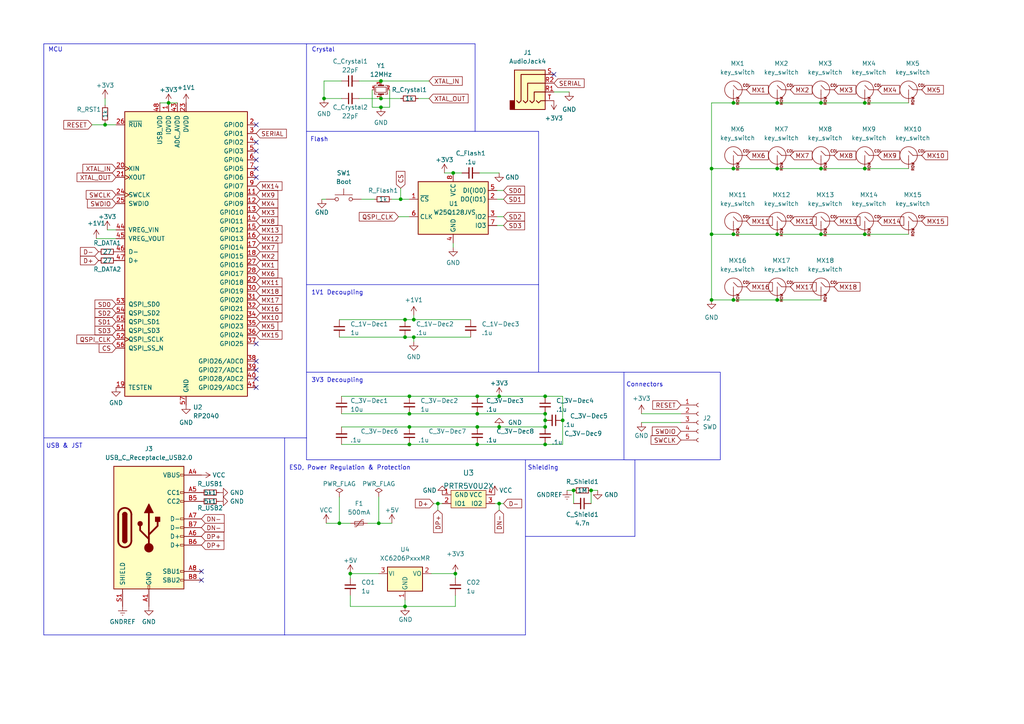
<source format=kicad_sch>
(kicad_sch (version 20230121) (generator eeschema)
  (paper "A4")
  (lib_symbols
    (symbol "+3V3_1" (power) (pin_names (offset 0))
      (property "Value" "+3V3_1" (at 0 3.556 0))
      (symbol "+3V3_1_1_1"
        (pin power_in line (at 0 0 90) (length 0) hide (name "+3V3") (number "1"))
      )
    )
    (symbol "Connector:AudioJack4"
      (property "Reference" "J" (at 0 8.89 0))
      (property "Value" "AudioJack4" (at 0 6.35 0))
      (symbol "AudioJack4_1_1"
        (pin passive line (at 5.08 -2.54 180) (length 2.54) (name "~") (number "R1"))
        (pin passive line (at 5.08 0 180) (length 2.54) (name "~") (number "R2"))
        (pin passive line (at 5.08 2.54 180) (length 2.54) (name "~") (number "S"))
        (pin passive line (at 5.08 -5.08 180) (length 2.54) (name "~") (number "T"))
      )
    )
    (symbol "Connector:Conn_01x05_Female" (pin_names (offset 1.016) hide)
      (property "Reference" "J" (at 0 7.62 0))
      (property "Value" "Conn_01x05_Female" (at 0 -7.62 0))
      (symbol "Conn_01x05_Female_1_1"
        (pin passive line (at -5.08 5.08 0) (length 3.81) (name "Pin_1") (number "1"))
        (pin passive line (at -5.08 2.54 0) (length 3.81) (name "Pin_2") (number "2"))
        (pin passive line (at -5.08 0 0) (length 3.81) (name "Pin_3") (number "3"))
        (pin passive line (at -5.08 -2.54 0) (length 3.81) (name "Pin_4") (number "4"))
        (pin passive line (at -5.08 -5.08 0) (length 3.81) (name "Pin_5") (number "5"))
      )
    )
    (symbol "Connector:USB_C_Receptacle_USB2.0" (pin_names (offset 1.016))
      (property "Reference" "J3" (at 0 22.86 0))
      (property "Value" "USB_C_Receptacle_USB2.0" (at 0 20.32 0))
      (symbol "USB_C_Receptacle_USB2.0_1_1"
        (pin passive line (at 0 -22.86 90) (length 5.08) (name "GND") (number "A1"))
        (pin passive line (at 15.24 15.24 180) (length 5.08) (name "VBUS") (number "A4"))
        (pin bidirectional line (at 15.24 10.16 180) (length 5.08) (name "CC1") (number "A5"))
        (pin bidirectional line (at 15.24 -2.54 180) (length 5.08) (name "D+") (number "A6"))
        (pin bidirectional line (at 15.24 2.54 180) (length 5.08) (name "D-") (number "A7"))
        (pin bidirectional line (at 15.24 -12.7 180) (length 5.08) (name "SBU1") (number "A8"))
        (pin passive line (at 0 -22.86 90) (length 5.08) hide (name "GND") (number "B1"))
        (pin passive line (at 15.24 15.24 180) (length 5.08) hide (name "VBUS") (number "B4"))
        (pin bidirectional line (at 15.24 7.62 180) (length 5.08) (name "CC2") (number "B5"))
        (pin bidirectional line (at 15.24 -5.08 180) (length 5.08) (name "D+") (number "B6"))
        (pin bidirectional line (at 15.24 0 180) (length 5.08) (name "D-") (number "B7"))
        (pin bidirectional line (at 15.24 -15.24 180) (length 5.08) (name "SBU2") (number "B8"))
        (pin passive line (at -7.62 -22.86 90) (length 5.08) (name "SHIELD") (number "S1"))
      )
    )
    (symbol "Device:C_Small" (pin_numbers hide) (pin_names (offset 0.254) hide)
      (property "Reference" "C" (at 0.254 1.778 0))
      (property "Value" "C_Small" (at 0.254 -2.032 0))
      (symbol "C_Small_1_1"
        (pin passive line (at 0 2.54 270) (length 2.032) (name "~") (number "1"))
        (pin passive line (at 0 -2.54 90) (length 2.032) (name "~") (number "2"))
      )
    )
    (symbol "Device:Crystal_GND24_Small" (pin_names (offset 1.016) hide)
      (property "Reference" "Y" (at 1.27 4.445 0))
      (property "Value" "Crystal_GND24_Small" (at 1.27 2.54 0))
      (symbol "Crystal_GND24_Small_1_1"
        (pin passive line (at -2.54 0 0) (length 1.27) (name "1") (number "1"))
        (pin passive line (at 0 -2.54 90) (length 0.635) (name "2") (number "2"))
        (pin passive line (at 2.54 0 180) (length 1.27) (name "3") (number "3"))
        (pin passive line (at 0 2.54 270) (length 0.635) (name "4") (number "4"))
      )
    )
    (symbol "Device:Polyfuse_Small" (pin_numbers hide) (pin_names (offset 0))
      (property "Reference" "F" (at -1.905 0 90))
      (property "Value" "Polyfuse_Small" (at 1.905 0 90))
      (symbol "Polyfuse_Small_1_1"
        (pin passive line (at 0 2.54 270) (length 0.635) (name "~") (number "1"))
        (pin passive line (at 0 -2.54 90) (length 0.635) (name "~") (number "2"))
      )
    )
    (symbol "Device:R_Small" (pin_numbers hide) (pin_names (offset 0.254) hide)
      (property "Reference" "R" (at 0.762 0.508 0))
      (property "Value" "R_Small" (at 0.762 -1.016 0))
      (symbol "R_Small_1_1"
        (pin passive line (at 0 2.54 270) (length 0.762) (name "~") (number "1"))
        (pin passive line (at 0 -2.54 90) (length 0.762) (name "~") (number "2"))
      )
    )
    (symbol "Memory_Flash:W25Q128JVS"
      (property "Reference" "U" (at -8.89 8.89 0))
      (property "Value" "W25Q128JVS" (at 7.62 8.89 0))
      (symbol "W25Q128JVS_1_1"
        (pin input line (at -12.7 2.54 0) (length 2.54) (name "~{CS}") (number "1"))
        (pin bidirectional line (at 12.7 2.54 180) (length 2.54) (name "DO(IO1)") (number "2"))
        (pin bidirectional line (at 12.7 -2.54 180) (length 2.54) (name "IO2") (number "3"))
        (pin power_in line (at 0 -10.16 90) (length 2.54) (name "GND") (number "4"))
        (pin bidirectional line (at 12.7 5.08 180) (length 2.54) (name "DI(IO0)") (number "5"))
        (pin input line (at -12.7 -2.54 0) (length 2.54) (name "CLK") (number "6"))
        (pin bidirectional line (at 12.7 -5.08 180) (length 2.54) (name "IO3") (number "7"))
        (pin power_in line (at 0 10.16 270) (length 2.54) (name "VCC") (number "8"))
      )
    )
    (symbol "Regulator_Linear:XC6206PxxxMR" (pin_names (offset 0.254))
      (property "Reference" "U" (at -3.81 3.175 0))
      (property "Value" "XC6206PxxxMR" (at 0 3.175 0))
      (symbol "XC6206PxxxMR_1_1"
        (pin power_in line (at 0 -7.62 90) (length 2.54) (name "GND") (number "1"))
        (pin power_out line (at 7.62 0 180) (length 2.54) (name "VO") (number "2"))
        (pin power_in line (at -7.62 0 0) (length 2.54) (name "VI") (number "3"))
      )
    )
    (symbol "Switch:SW_Push" (pin_numbers hide) (pin_names (offset 1.016) hide)
      (property "Reference" "SW" (at 1.27 2.54 0))
      (property "Value" "SW_Push" (at 0 -1.524 0))
      (symbol "SW_Push_0_1"
        (pin passive line (at -5.08 0 0) (length 2.54) (name "1") (number "1"))
        (pin passive line (at 5.08 0 180) (length 2.54) (name "2") (number "2"))
      )
    )
    (symbol "cipulot_parts:PRTR5V0U2X" (pin_names (offset 1.016))
      (property "Reference" "U" (at 0 3.81 0))
      (property "Value" "PRTR5V0U2X" (at 0 -3.81 0))
      (symbol "PRTR5V0U2X_1_1"
        (pin input line (at -7.62 1.27 0) (length 2.54) (name "GND") (number "1"))
        (pin input line (at -7.62 -1.27 0) (length 2.54) (name "IO1") (number "2"))
        (pin input line (at 7.62 -1.27 180) (length 2.54) (name "IO2") (number "3"))
        (pin input line (at 7.62 1.27 180) (length 2.54) (name "VCC") (number "4"))
      )
    )
    (symbol "lckprt:RP2040" (pin_names (offset 1.016))
      (property "Reference" "U?" (at -1.27 1.27 0))
      (property "Value" "RP2040" (at -3.81 -1.27 0))
      (symbol "RP2040_1_1"
        (pin power_in line (at -5.08 49.53 270) (length 2.54) (name "IOVDD") (number "1"))
        (pin power_in line (at -5.08 49.53 270) (length 2.54) hide (name "IOVDD") (number "10"))
        (pin input line (at 20.32 22.86 180) (length 2.54) (name "GPIO8") (number "11"))
        (pin input line (at 20.32 20.32 180) (length 2.54) (name "GPIO9") (number "12"))
        (pin input line (at 20.32 17.78 180) (length 2.54) (name "GPIO10") (number "13"))
        (pin input line (at 20.32 15.24 180) (length 2.54) (name "GPIO11") (number "14"))
        (pin input line (at 20.32 12.7 180) (length 2.54) (name "GPIO12") (number "15"))
        (pin input line (at 20.32 10.16 180) (length 2.54) (name "GPIO13") (number "16"))
        (pin input line (at 20.32 7.62 180) (length 2.54) (name "GPIO14") (number "17"))
        (pin input line (at 20.32 5.08 180) (length 2.54) (name "GPIO15") (number "18"))
        (pin input line (at -20.32 -33.02 0) (length 2.54) (name "TESTEN") (number "19"))
        (pin input line (at 20.32 43.18 180) (length 2.54) (name "GPIO0") (number "2"))
        (pin input clock (at -20.32 30.48 0) (length 2.54) (name "XIN") (number "20"))
        (pin input clock (at -20.32 27.94 0) (length 2.54) (name "XOUT") (number "21"))
        (pin power_in line (at -5.08 49.53 270) (length 2.54) hide (name "IOVDD") (number "22"))
        (pin power_in line (at 0 49.53 270) (length 2.54) (name "DVDD") (number "23"))
        (pin input clock (at -20.32 22.86 0) (length 2.54) (name "SWCLK") (number "24"))
        (pin bidirectional line (at -20.32 20.32 0) (length 2.54) (name "SWDIO") (number "25"))
        (pin input line (at -20.32 43.18 0) (length 2.54) (name "~{RUN}") (number "26"))
        (pin input line (at 20.32 2.54 180) (length 2.54) (name "GPIO16") (number "27"))
        (pin input line (at 20.32 0 180) (length 2.54) (name "GPIO17") (number "28"))
        (pin input line (at 20.32 -2.54 180) (length 2.54) (name "GPIO18") (number "29"))
        (pin input line (at 20.32 40.64 180) (length 2.54) (name "GPIO1") (number "3"))
        (pin input line (at 20.32 -5.08 180) (length 2.54) (name "GPIO19") (number "30"))
        (pin input line (at 20.32 -7.62 180) (length 2.54) (name "GPIO20") (number "31"))
        (pin input line (at 20.32 -10.16 180) (length 2.54) (name "GPIO21") (number "32"))
        (pin power_in line (at -5.08 49.53 270) (length 2.54) hide (name "IOVDD") (number "33"))
        (pin input line (at 20.32 -12.7 180) (length 2.54) (name "GPIO22") (number "34"))
        (pin input line (at 20.32 -15.24 180) (length 2.54) (name "GPIO23") (number "35"))
        (pin input line (at 20.32 -17.78 180) (length 2.54) (name "GPIO24") (number "36"))
        (pin input line (at 20.32 -20.32 180) (length 2.54) (name "GPIO25") (number "37"))
        (pin input line (at 20.32 -25.4 180) (length 2.54) (name "GPIO26/ADC0") (number "38"))
        (pin input line (at 20.32 -27.94 180) (length 2.54) (name "GPIO27/ADC1") (number "39"))
        (pin input line (at 20.32 38.1 180) (length 2.54) (name "GPIO2") (number "4"))
        (pin input line (at 20.32 -30.48 180) (length 2.54) (name "GPIO28/ADC2") (number "40"))
        (pin input line (at 20.32 -33.02 180) (length 2.54) (name "GPIO29/ADC3") (number "41"))
        (pin power_in line (at -5.08 49.53 270) (length 2.54) hide (name "IOVDD") (number "42"))
        (pin power_in line (at -2.54 49.53 270) (length 2.54) (name "ADC_AVDD") (number "43"))
        (pin power_in line (at -20.32 12.7 0) (length 2.54) (name "VREG_VIN") (number "44"))
        (pin power_out line (at -20.32 10.16 0) (length 2.54) (name "VREG_VOUT") (number "45"))
        (pin bidirectional line (at -20.32 6.35 0) (length 2.54) (name "D-") (number "46"))
        (pin bidirectional line (at -20.32 3.81 0) (length 2.54) (name "D+") (number "47"))
        (pin power_in line (at -7.62 49.53 270) (length 2.54) (name "USB_VDD") (number "48"))
        (pin power_in line (at -5.08 49.53 270) (length 2.54) hide (name "IOVDD") (number "49"))
        (pin input line (at 20.32 35.56 180) (length 2.54) (name "GPIO3") (number "5"))
        (pin power_in line (at 0 49.53 270) (length 2.54) hide (name "DVDD") (number "50"))
        (pin bidirectional line (at -20.32 -16.51 0) (length 2.54) (name "QSPI_SD3") (number "51"))
        (pin input clock (at -20.32 -19.05 0) (length 2.54) (name "QSPI_SCLK") (number "52"))
        (pin bidirectional line (at -20.32 -8.89 0) (length 2.54) (name "QSPI_SD0") (number "53"))
        (pin bidirectional line (at -20.32 -11.43 0) (length 2.54) (name "QSPI_SD2") (number "54"))
        (pin bidirectional line (at -20.32 -13.97 0) (length 2.54) (name "QSPI_SD1") (number "55"))
        (pin bidirectional line (at -20.32 -21.59 0) (length 2.54) (name "QSPI_SS_N") (number "56"))
        (pin power_in line (at 0 -38.1 90) (length 2.54) (name "GND") (number "57"))
        (pin input line (at 20.32 33.02 180) (length 2.54) (name "GPIO4") (number "6"))
        (pin input line (at 20.32 30.48 180) (length 2.54) (name "GPIO5") (number "7"))
        (pin input line (at 20.32 27.94 180) (length 2.54) (name "GPIO6") (number "8"))
        (pin input line (at 20.32 25.4 180) (length 2.54) (name "GPIO7") (number "9"))
      )
    )
    (symbol "lckprt:key_switch"
      (property "Reference" "MX" (at 0 3.81 0))
      (property "Value" "key_switch" (at -5.08 -2.54 0))
      (symbol "key_switch_0_0"
        (text "COL" (at 3.81 1.27 0) (effects (font (size 0.762 0.762))))
        (text "ROW" (at 1.27 -1.905 900) (effects (font (size 0.762 0.762)) (justify right)))
      )
      (symbol "key_switch_1_1"
        (pin passive line (at 3.81 0 180) (length 2.54) (name "Passive") (number "1"))
        (pin passive line (at 0 -3.81 90) (length 2.54) (name "ROW") (number "2"))
      )
    )
    (symbol "power:+1V1" (power) (pin_names (offset 0))
      (property "Value" "+1V1" (at 0 3.556 0))
      (symbol "+1V1_1_1"
        (pin power_in line (at 0 0 90) (length 0) hide (name "+1V1") (number "1"))
      )
    )
    (symbol "power:+3V3" (power) (pin_names (offset 0))
      (property "Value" "+3V3" (at 0 3.556 0))
      (symbol "+3V3_1_1"
        (pin power_in line (at 0 0 90) (length 0) hide (name "+3V3") (number "1"))
      )
    )
    (symbol "power:+5V" (power) (pin_names (offset 0))
      (property "Value" "+5V" (at 0 3.556 0))
      (symbol "+5V_1_1"
        (pin power_in line (at 0 0 90) (length 0) hide (name "+5V") (number "1"))
      )
    )
    (symbol "power:GND" (power) (pin_names (offset 0))
      (property "Value" "GND" (at 0 -3.81 0))
      (symbol "GND_1_1"
        (pin power_in line (at 0 0 270) (length 0) hide (name "GND") (number "1"))
      )
    )
    (symbol "power:GNDREF" (power) (pin_names (offset 0))
      (property "Value" "GNDREF" (at 0 -3.81 0))
      (symbol "GNDREF_1_1"
        (pin power_in line (at 0 0 270) (length 0) hide (name "GNDREF") (number "1"))
      )
    )
    (symbol "power:PWR_FLAG" (power) (pin_numbers hide) (pin_names (offset 0) hide)
      (property "Value" "PWR_FLAG" (at 0 3.81 0))
      (symbol "PWR_FLAG_0_0"
        (pin power_out line (at 0 0 90) (length 0) (name "pwr") (number "1"))
      )
    )
    (symbol "power:VCC" (power) (pin_names (offset 0))
      (property "Value" "VCC" (at 0 3.81 0))
      (symbol "VCC_1_1"
        (pin power_in line (at 0 0 90) (length 0) hide (name "VCC") (number "1"))
      )
    )
  )
  (junction (at 166.37 142.24))
  (junction (at 30.48 36.195))
  (junction (at 212.725 86.995))
  (junction (at 158.115 121.92))
  (junction (at 138.43 114.935))
  (junction (at 118.745 128.905))
  (junction (at 118.745 123.825))
  (junction (at 93.98 28.575))
  (junction (at 225.425 67.945))
  (junction (at 206.375 67.945))
  (junction (at 117.475 175.895))
  (junction (at 116.205 57.785))
  (junction (at 212.725 48.895))
  (junction (at 132.08 166.37))
  (junction (at 117.475 92.71))
  (junction (at 98.425 151.765))
  (junction (at 144.78 123.825))
  (junction (at 158.115 128.905))
  (junction (at 131.445 50.165))
  (junction (at 117.475 97.79))
  (junction (at 212.725 29.845))
  (junction (at 120.015 92.71))
  (junction (at 206.375 48.895))
  (junction (at 238.125 67.945))
  (junction (at 110.49 31.115))
  (junction (at 225.425 48.895))
  (junction (at 48.895 29.845))
  (junction (at 238.125 48.895))
  (junction (at 225.425 29.845))
  (junction (at 118.745 120.015))
  (junction (at 110.49 28.575))
  (junction (at 250.825 67.945))
  (junction (at 138.43 120.015))
  (junction (at 238.125 29.845))
  (junction (at 120.015 97.79))
  (junction (at 158.115 114.935))
  (junction (at 144.78 146.05))
  (junction (at 138.43 128.905))
  (junction (at 163.195 121.92))
  (junction (at 158.115 120.015))
  (junction (at 144.78 114.935))
  (junction (at 101.6 166.37))
  (junction (at 110.49 23.495))
  (junction (at 138.43 123.825))
  (junction (at 118.745 114.935))
  (junction (at 250.825 48.895))
  (junction (at 206.375 86.995))
  (junction (at 171.45 142.24))
  (junction (at 127 146.05))
  (junction (at 212.725 67.945))
  (junction (at 225.425 86.995))
  (junction (at 109.855 151.765))
  (junction (at 250.825 29.845))
  (junction (at 158.115 123.825))
  (no_connect (at 58.42 165.735))
  (no_connect (at 74.295 109.855))
  (no_connect (at 74.295 36.195))
  (no_connect (at 74.295 112.395))
  (no_connect (at 74.295 104.775))
  (no_connect (at 74.295 43.815))
  (no_connect (at 74.295 51.435))
  (no_connect (at 74.295 41.275))
  (no_connect (at 160.655 21.59))
  (no_connect (at 74.295 99.695))
  (no_connect (at 58.42 168.275))
  (no_connect (at 74.295 46.355))
  (no_connect (at 74.295 107.315))
  (no_connect (at 74.295 48.895))
  (wire (pts (xy 238.125 67.945) (xy 250.825 67.945)))
  (wire (pts (xy 158.115 128.905) (xy 163.195 128.905)))
  (polyline (pts (xy 152.4 133.35) (xy 152.4 184.15)))
  (polyline (pts (xy 184.15 155.575) (xy 152.4 155.575)))
  (wire (pts (xy 263.525 48.895) (xy 250.825 48.895)))
  (wire (pts (xy 109.855 144.145) (xy 109.855 151.765)))
  (wire (pts (xy 120.015 91.44) (xy 120.015 92.71)))
  (polyline (pts (xy 88.9 12.7) (xy 88.9 127)))
  (polyline (pts (xy 88.9 133.35) (xy 88.9 127)))
  (wire (pts (xy 120.015 97.79) (xy 136.525 97.79)))
  (wire (pts (xy 48.895 29.845) (xy 51.435 29.845)))
  (wire (pts (xy 93.98 28.575) (xy 99.06 28.575)))
  (wire (pts (xy 113.03 31.115) (xy 110.49 31.115)))
  (polyline (pts (xy 180.975 133.35) (xy 184.15 133.35)))
  (polyline (pts (xy 184.15 133.35) (xy 184.15 155.575)))
  (wire (pts (xy 163.195 114.935) (xy 163.195 121.92)))
  (wire (pts (xy 106.68 151.765) (xy 109.855 151.765)))
  (wire (pts (xy 101.6 166.37) (xy 101.6 167.64)))
  (wire (pts (xy 93.345 57.785) (xy 94.615 57.785)))
  (wire (pts (xy 93.98 23.495) (xy 99.06 23.495)))
  (wire (pts (xy 120.015 97.79) (xy 120.015 99.06)))
  (polyline (pts (xy 88.9 107.95) (xy 180.975 107.95)))
  (wire (pts (xy 98.425 144.145) (xy 98.425 151.765)))
  (wire (pts (xy 212.725 86.995) (xy 206.375 86.995)))
  (wire (pts (xy 206.375 48.895) (xy 206.375 67.945)))
  (polyline (pts (xy 156.21 82.55) (xy 88.9 82.55)))
  (wire (pts (xy 250.825 29.845) (xy 238.125 29.845)))
  (polyline (pts (xy 137.795 38.1) (xy 156.21 38.1)))
  (wire (pts (xy 212.725 67.945) (xy 225.425 67.945)))
  (wire (pts (xy 30.48 28.575) (xy 30.48 30.48)))
  (wire (pts (xy 144.145 55.245) (xy 146.05 55.245)))
  (wire (pts (xy 263.525 29.845) (xy 250.825 29.845)))
  (wire (pts (xy 26.67 36.195) (xy 30.48 36.195)))
  (wire (pts (xy 30.48 36.195) (xy 33.655 36.195)))
  (wire (pts (xy 30.48 35.56) (xy 30.48 36.195)))
  (wire (pts (xy 163.195 121.92) (xy 163.195 128.905)))
  (wire (pts (xy 93.98 28.575) (xy 93.98 23.495)))
  (wire (pts (xy 144.145 57.785) (xy 146.05 57.785)))
  (wire (pts (xy 138.43 114.935) (xy 144.78 114.935)))
  (wire (pts (xy 118.745 114.935) (xy 138.43 114.935)))
  (polyline (pts (xy 156.21 38.1) (xy 156.21 82.55)))
  (wire (pts (xy 171.45 142.24) (xy 171.45 146.05)))
  (wire (pts (xy 238.125 86.995) (xy 225.425 86.995)))
  (wire (pts (xy 98.425 151.765) (xy 101.6 151.765)))
  (wire (pts (xy 171.45 142.24) (xy 173.355 142.24)))
  (wire (pts (xy 120.015 92.71) (xy 136.525 92.71)))
  (wire (pts (xy 115.57 62.865) (xy 118.745 62.865)))
  (wire (pts (xy 212.725 48.895) (xy 206.375 48.895)))
  (wire (pts (xy 116.205 54.61) (xy 116.205 57.785)))
  (wire (pts (xy 132.08 166.37) (xy 132.08 167.64)))
  (polyline (pts (xy 82.55 127) (xy 82.55 184.15)))
  (wire (pts (xy 125.095 166.37) (xy 132.08 166.37)))
  (wire (pts (xy 206.375 86.995) (xy 206.375 67.945)))
  (wire (pts (xy 99.06 114.935) (xy 118.745 114.935)))
  (wire (pts (xy 144.78 146.05) (xy 146.05 146.05)))
  (wire (pts (xy 117.475 175.895) (xy 132.08 175.895)))
  (polyline (pts (xy 180.975 133.35) (xy 208.915 133.35)))
  (wire (pts (xy 144.145 62.865) (xy 146.05 62.865)))
  (wire (pts (xy 138.43 120.015) (xy 158.115 120.015)))
  (wire (pts (xy 118.745 120.015) (xy 138.43 120.015)))
  (wire (pts (xy 143.51 146.05) (xy 144.78 146.05)))
  (wire (pts (xy 186.055 122.555) (xy 197.485 122.555)))
  (wire (pts (xy 186.055 120.015) (xy 197.485 120.015)))
  (wire (pts (xy 225.425 29.845) (xy 212.725 29.845)))
  (wire (pts (xy 118.745 123.825) (xy 99.06 123.825)))
  (wire (pts (xy 107.95 26.035) (xy 107.95 31.115)))
  (wire (pts (xy 118.745 128.905) (xy 138.43 128.905)))
  (wire (pts (xy 160.655 26.67) (xy 165.1 26.67)))
  (wire (pts (xy 117.475 97.79) (xy 120.015 97.79)))
  (wire (pts (xy 101.6 175.895) (xy 117.475 175.895)))
  (wire (pts (xy 98.425 97.79) (xy 117.475 97.79)))
  (polyline (pts (xy 12.7 12.7) (xy 88.9 12.7)))
  (wire (pts (xy 139.065 50.165) (xy 144.78 50.165)))
  (wire (pts (xy 101.6 172.72) (xy 101.6 175.895)))
  (wire (pts (xy 158.115 121.92) (xy 158.115 123.825)))
  (wire (pts (xy 31.115 66.675) (xy 33.655 66.675)))
  (wire (pts (xy 101.6 166.37) (xy 109.855 166.37)))
  (wire (pts (xy 118.745 123.825) (xy 138.43 123.825)))
  (wire (pts (xy 98.425 92.71) (xy 117.475 92.71)))
  (polyline (pts (xy 156.21 82.55) (xy 156.21 107.95)))
  (wire (pts (xy 104.775 57.785) (xy 108.585 57.785)))
  (polyline (pts (xy 88.9 12.7) (xy 137.795 12.7)))
  (wire (pts (xy 117.475 92.71) (xy 120.015 92.71)))
  (wire (pts (xy 109.855 151.765) (xy 113.665 151.765)))
  (wire (pts (xy 107.95 31.115) (xy 110.49 31.115)))
  (wire (pts (xy 164.465 142.24) (xy 166.37 142.24)))
  (wire (pts (xy 144.78 123.825) (xy 138.43 123.825)))
  (wire (pts (xy 128.905 50.165) (xy 131.445 50.165)))
  (wire (pts (xy 225.425 48.895) (xy 212.725 48.895)))
  (wire (pts (xy 212.725 29.845) (xy 206.375 29.845)))
  (wire (pts (xy 127 146.05) (xy 127 147.955)))
  (wire (pts (xy 158.115 120.015) (xy 158.115 121.92)))
  (wire (pts (xy 118.745 128.905) (xy 99.06 128.905)))
  (polyline (pts (xy 137.795 12.7) (xy 137.795 38.1)))
  (wire (pts (xy 117.475 173.99) (xy 117.475 175.895)))
  (polyline (pts (xy 180.975 133.35) (xy 88.9 133.35)))
  (wire (pts (xy 121.285 28.575) (xy 124.46 28.575)))
  (wire (pts (xy 131.445 50.165) (xy 133.985 50.165)))
  (wire (pts (xy 144.78 114.935) (xy 158.115 114.935)))
  (wire (pts (xy 110.49 23.495) (xy 124.46 23.495)))
  (wire (pts (xy 46.355 29.845) (xy 48.895 29.845)))
  (wire (pts (xy 99.06 120.015) (xy 118.745 120.015)))
  (wire (pts (xy 206.375 29.845) (xy 206.375 48.895)))
  (wire (pts (xy 238.125 29.845) (xy 225.425 29.845)))
  (wire (pts (xy 94.615 151.765) (xy 98.425 151.765)))
  (wire (pts (xy 158.115 123.825) (xy 144.78 123.825)))
  (wire (pts (xy 110.49 28.575) (xy 116.205 28.575)))
  (wire (pts (xy 104.14 23.495) (xy 110.49 23.495)))
  (wire (pts (xy 144.145 65.405) (xy 146.05 65.405)))
  (wire (pts (xy 250.825 67.945) (xy 263.525 67.945)))
  (wire (pts (xy 131.445 70.485) (xy 131.445 71.755)))
  (wire (pts (xy 238.125 48.895) (xy 225.425 48.895)))
  (wire (pts (xy 250.825 48.895) (xy 238.125 48.895)))
  (polyline (pts (xy 82.55 184.15) (xy 12.7 184.15)))
  (polyline (pts (xy 180.975 107.95) (xy 180.975 133.35)))
  (polyline (pts (xy 12.7 127) (xy 12.7 184.15)))
  (polyline (pts (xy 137.795 38.1) (xy 88.9 38.1)))
  (wire (pts (xy 166.37 142.24) (xy 166.37 146.05)))
  (wire (pts (xy 206.375 67.945) (xy 212.725 67.945)))
  (wire (pts (xy 225.425 86.995) (xy 212.725 86.995)))
  (polyline (pts (xy 208.915 133.35) (xy 208.915 107.95)))
  (wire (pts (xy 116.205 57.785) (xy 118.745 57.785)))
  (wire (pts (xy 127 146.05) (xy 128.27 146.05)))
  (polyline (pts (xy 152.4 184.15) (xy 82.55 184.15)))
  (wire (pts (xy 104.14 28.575) (xy 110.49 28.575)))
  (wire (pts (xy 113.665 57.785) (xy 116.205 57.785)))
  (wire (pts (xy 125.73 146.05) (xy 127 146.05)))
  (wire (pts (xy 144.78 146.05) (xy 144.78 147.955)))
  (wire (pts (xy 138.43 128.905) (xy 158.115 128.905)))
  (wire (pts (xy 27.94 69.215) (xy 33.655 69.215)))
  (wire (pts (xy 158.115 114.935) (xy 163.195 114.935)))
  (polyline (pts (xy 180.975 107.95) (xy 208.915 107.95)))
  (polyline (pts (xy 88.9 127) (xy 12.7 127)))
  (wire (pts (xy 113.03 26.035) (xy 113.03 31.115)))
  (wire (pts (xy 225.425 67.945) (xy 238.125 67.945)))
  (polyline (pts (xy 12.7 12.7) (xy 12.7 127)))
  (wire (pts (xy 132.08 175.895) (xy 132.08 172.72)))
  (text "USB & JST\n" (at 13.335 130.175 0) (effects (font (size 1.27 1.27)) (justify left bottom)))
  (text "MCU\n" (at 13.97 15.24 0) (effects (font (size 1.27 1.27)) (justify left bottom)))
  (text "Connectors\n" (at 181.61 112.395 0) (effects (font (size 1.27 1.27)) (justify left bottom)))
  (text "3V3 Decoupling" (at 105.41 111.125 0) (effects (font (size 1.27 1.27)) (justify right bottom)))
  (text "ESD, Power Regulation & Protection" (at 83.82 136.525 0) (effects (font (size 1.27 1.27)) (justify left bottom)))
  (text "Shielding\n" (at 153.035 136.525 0) (effects (font (size 1.27 1.27)) (justify left bottom)))
  (text "Flash\n" (at 95.25 41.275 0) (effects (font (size 1.27 1.27)) (justify right bottom)))
  (text "Crystal\n" (at 97.155 15.24 0) (effects (font (size 1.27 1.27)) (justify right bottom)))
  (text "1V1 Decoupling" (at 105.41 85.725 0) (effects (font (size 1.27 1.27)) (justify right bottom)))
  (global_label "MX14" (shape input) (at 254.635 64.135 0) (property "Intersheetrefs" "${INTERSHEET_REFS}" (effects hide)))
  (global_label "MX3" (shape input) (at 241.935 26.035 0) (property "Intersheetrefs" "${INTERSHEET_REFS}" (effects hide)))
  (global_label "MX13" (shape input) (at 241.935 64.135 0) (property "Intersheetrefs" "${INTERSHEET_REFS}" (effects hide)))
  (global_label "SD1" (shape input) (at 146.05 57.785 0) (property "Intersheetrefs" "${INTERSHEET_REFS}" (effects hide)))
  (global_label "SD2" (shape input) (at 146.05 62.865 0) (property "Intersheetrefs" "${INTERSHEET_REFS}" (effects hide)))
  (global_label "MX2" (shape input) (at 74.295 74.295 0) (property "Intersheetrefs" "${INTERSHEET_REFS}" (effects hide)))
  (global_label "MX18" (shape input) (at 74.295 84.455 0) (property "Intersheetrefs" "${INTERSHEET_REFS}" (effects hide)))
  (global_label "QSPI_CLK" (shape input) (at 33.655 98.425 180) (property "Intersheetrefs" "${INTERSHEET_REFS}" (effects hide)))
  (global_label "MX9" (shape input) (at 74.295 56.515 0) (property "Intersheetrefs" "${INTERSHEET_REFS}" (effects hide)))
  (global_label "MX8" (shape input) (at 241.935 45.085 0) (property "Intersheetrefs" "${INTERSHEET_REFS}" (effects hide)))
  (global_label "DP+" (shape input) (at 58.42 158.115 0) (property "Intersheetrefs" "${INTERSHEET_REFS}" (effects hide)))
  (global_label "SWDIO" (shape input) (at 33.655 59.055 180) (property "Intersheetrefs" "${INTERSHEET_REFS}" (effects hide)))
  (global_label "MX12" (shape input) (at 74.295 69.215 0) (property "Intersheetrefs" "${INTERSHEET_REFS}" (effects hide)))
  (global_label "MX10" (shape input) (at 267.335 45.085 0) (property "Intersheetrefs" "${INTERSHEET_REFS}" (effects hide)))
  (global_label "SD0" (shape input) (at 146.05 55.245 0) (property "Intersheetrefs" "${INTERSHEET_REFS}" (effects hide)))
  (global_label "MX4" (shape input) (at 74.295 59.055 0) (property "Intersheetrefs" "${INTERSHEET_REFS}" (effects hide)))
  (global_label "MX7" (shape input) (at 74.295 71.755 0) (property "Intersheetrefs" "${INTERSHEET_REFS}" (effects hide)))
  (global_label "MX17" (shape input) (at 74.295 86.995 0) (property "Intersheetrefs" "${INTERSHEET_REFS}" (effects hide)))
  (global_label "D+" (shape input) (at 28.575 75.565 180) (property "Intersheetrefs" "${INTERSHEET_REFS}" (effects hide)))
  (global_label "DN-" (shape input) (at 58.42 150.495 0) (property "Intersheetrefs" "${INTERSHEET_REFS}" (effects hide)))
  (global_label "MX13" (shape input) (at 74.295 66.675 0) (property "Intersheetrefs" "${INTERSHEET_REFS}" (effects hide)))
  (global_label "SD1" (shape input) (at 33.655 93.345 180) (property "Intersheetrefs" "${INTERSHEET_REFS}" (effects hide)))
  (global_label "SD2" (shape input) (at 33.655 90.805 180) (property "Intersheetrefs" "${INTERSHEET_REFS}" (effects hide)))
  (global_label "MX10" (shape input) (at 74.295 92.075 0) (property "Intersheetrefs" "${INTERSHEET_REFS}" (effects hide)))
  (global_label "RESET" (shape input) (at 26.67 36.195 180) (property "Intersheetrefs" "${INTERSHEET_REFS}" (effects hide)))
  (global_label "MX8" (shape input) (at 74.295 64.135 0) (property "Intersheetrefs" "${INTERSHEET_REFS}" (effects hide)))
  (global_label "MX11" (shape input) (at 216.535 64.135 0) (property "Intersheetrefs" "${INTERSHEET_REFS}" (effects hide)))
  (global_label "MX1" (shape input) (at 74.295 76.835 0) (property "Intersheetrefs" "${INTERSHEET_REFS}" (effects hide)))
  (global_label "MX15" (shape input) (at 74.295 97.155 0) (property "Intersheetrefs" "${INTERSHEET_REFS}" (effects hide)))
  (global_label "MX1" (shape input) (at 216.535 26.035 0) (property "Intersheetrefs" "${INTERSHEET_REFS}" (effects hide)))
  (global_label "MX2" (shape input) (at 229.235 26.035 0) (property "Intersheetrefs" "${INTERSHEET_REFS}" (effects hide)))
  (global_label "MX9" (shape input) (at 254.635 45.085 0) (property "Intersheetrefs" "${INTERSHEET_REFS}" (effects hide)))
  (global_label "SWCLK" (shape input) (at 197.485 127.635 180) (property "Intersheetrefs" "${INTERSHEET_REFS}" (effects hide)))
  (global_label "D+" (shape input) (at 125.73 146.05 180) (property "Intersheetrefs" "${INTERSHEET_REFS}" (effects hide)))
  (global_label "SD3" (shape input) (at 33.655 95.885 180) (property "Intersheetrefs" "${INTERSHEET_REFS}" (effects hide)))
  (global_label "MX15" (shape input) (at 267.335 64.135 0) (property "Intersheetrefs" "${INTERSHEET_REFS}" (effects hide)))
  (global_label "MX6" (shape input) (at 216.535 45.085 0) (property "Intersheetrefs" "${INTERSHEET_REFS}" (effects hide)))
  (global_label "MX3" (shape input) (at 74.295 61.595 0) (property "Intersheetrefs" "${INTERSHEET_REFS}" (effects hide)))
  (global_label "XTAL_OUT" (shape input) (at 33.655 51.435 180) (property "Intersheetrefs" "${INTERSHEET_REFS}" (effects hide)))
  (global_label "MX12" (shape input) (at 229.235 64.135 0) (property "Intersheetrefs" "${INTERSHEET_REFS}" (effects hide)))
  (global_label "CS" (shape input) (at 33.655 100.965 180) (property "Intersheetrefs" "${INTERSHEET_REFS}" (effects hide)))
  (global_label "DP+" (shape input) (at 58.42 155.575 0) (property "Intersheetrefs" "${INTERSHEET_REFS}" (effects hide)))
  (global_label "RESET" (shape input) (at 197.485 117.475 180) (property "Intersheetrefs" "${INTERSHEET_REFS}" (effects hide)))
  (global_label "MX7" (shape input) (at 229.235 45.085 0) (property "Intersheetrefs" "${INTERSHEET_REFS}" (effects hide)))
  (global_label "SWDIO" (shape input) (at 197.485 125.095 180) (property "Intersheetrefs" "${INTERSHEET_REFS}" (effects hide)))
  (global_label "D-" (shape input) (at 146.05 146.05 0) (property "Intersheetrefs" "${INTERSHEET_REFS}" (effects hide)))
  (global_label "SERIAL" (shape input) (at 160.655 24.13 0) (property "Intersheetrefs" "${INTERSHEET_REFS}" (effects hide)))
  (global_label "MX11" (shape input) (at 74.295 81.915 0) (property "Intersheetrefs" "${INTERSHEET_REFS}" (effects hide)))
  (global_label "MX5" (shape input) (at 74.295 94.615 0) (property "Intersheetrefs" "${INTERSHEET_REFS}" (effects hide)))
  (global_label "XTAL_IN" (shape input) (at 33.655 48.895 180) (property "Intersheetrefs" "${INTERSHEET_REFS}" (effects hide)))
  (global_label "MX14" (shape input) (at 74.295 53.975 0) (property "Intersheetrefs" "${INTERSHEET_REFS}" (effects hide)))
  (global_label "SD0" (shape input) (at 33.655 88.265 180) (property "Intersheetrefs" "${INTERSHEET_REFS}" (effects hide)))
  (global_label "MX6" (shape input) (at 74.295 79.375 0) (property "Intersheetrefs" "${INTERSHEET_REFS}" (effects hide)))
  (global_label "MX4" (shape input) (at 254.635 26.035 0) (property "Intersheetrefs" "${INTERSHEET_REFS}" (effects hide)))
  (global_label "DN-" (shape input) (at 144.78 147.955 270) (property "Intersheetrefs" "${INTERSHEET_REFS}" (effects hide)))
  (global_label "SD3" (shape input) (at 146.05 65.405 0) (property "Intersheetrefs" "${INTERSHEET_REFS}" (effects hide)))
  (global_label "XTAL_OUT" (shape input) (at 124.46 28.575 0) (property "Intersheetrefs" "${INTERSHEET_REFS}" (effects hide)))
  (global_label "MX16" (shape input) (at 216.535 83.185 0) (property "Intersheetrefs" "${INTERSHEET_REFS}" (effects hide)))
  (global_label "MX17" (shape input) (at 229.235 83.185 0) (property "Intersheetrefs" "${INTERSHEET_REFS}" (effects hide)))
  (global_label "SERIAL" (shape input) (at 74.295 38.735 0) (property "Intersheetrefs" "${INTERSHEET_REFS}" (effects hide)))
  (global_label "MX18" (shape input) (at 241.935 83.185 0) (property "Intersheetrefs" "${INTERSHEET_REFS}" (effects hide)))
  (global_label "MX16" (shape input) (at 74.295 89.535 0) (property "Intersheetrefs" "${INTERSHEET_REFS}" (effects hide)))
  (global_label "SWCLK" (shape input) (at 33.655 56.515 180) (property "Intersheetrefs" "${INTERSHEET_REFS}" (effects hide)))
  (global_label "DN-" (shape input) (at 58.42 153.035 0) (property "Intersheetrefs" "${INTERSHEET_REFS}" (effects hide)))
  (global_label "MX5" (shape input) (at 267.335 26.035 0) (property "Intersheetrefs" "${INTERSHEET_REFS}" (effects hide)))
  (global_label "DP+" (shape input) (at 127 147.955 270) (property "Intersheetrefs" "${INTERSHEET_REFS}" (effects hide)))
  (global_label "CS" (shape input) (at 116.205 54.61 90) (property "Intersheetrefs" "${INTERSHEET_REFS}" (effects hide)))
  (global_label "D-" (shape input) (at 28.575 73.025 180) (property "Intersheetrefs" "${INTERSHEET_REFS}" (effects hide)))
  (global_label "XTAL_IN" (shape input) (at 124.46 23.495 0) (property "Intersheetrefs" "${INTERSHEET_REFS}" (effects hide)))
  (global_label "QSPI_CLK" (shape input) (at 115.57 62.865 180) (property "Intersheetrefs" "${INTERSHEET_REFS}" (effects hide)))
  (symbol (lib_id "power:GND") (at 206.375 86.995 0) (unit 1)
    (property "Reference" "#PWR014" (effects hide))
    (property "Value" "GND" (at 206.375 92.075 0))
  )
  (symbol (lib_id "power:+1V1") (at 120.015 91.44 0) (unit 1)
    (property "Reference" "#PWR015" (effects hide))
    (property "Value" "+1V1" (at 120.015 86.995 0))
  )
  (symbol (lib_id "lckprt:key_switch") (at 212.725 45.085 0) (unit 1)
    (property "Reference" "MX6" (at 213.9281 37.465 0))
    (property "Value" "key_switch" (at 213.9281 40.005 0))
    (property "Footprint" "parts:Kailh_socket_MX" (effects hide))
  )
  (symbol (lib_id "lckprt:key_switch") (at 250.825 26.035 0) (unit 1)
    (property "Reference" "MX4" (at 252.0281 18.415 0))
    (property "Value" "key_switch" (at 252.0281 20.955 0))
    (property "Footprint" "parts:Kailh_socket_MX" (effects hide))
  )
  (symbol (lib_id "lckprt:RP2040") (at 53.975 79.375 0) (unit 1)
    (property "Reference" "U2" (at 55.9944 118.11 0) (effects (justify left)))
    (property "Value" "RP2040" (at 55.9944 120.65 0) (effects (justify left)))
    (property "Footprint" "parts:RP2040-QFN-56" (effects hide))
    (property "Datasheet" "https://datasheets.raspberrypi.com/rp2040/rp2040-datasheet.pdf" (effects hide))
  )
  (symbol (lib_id "power:GND") (at 33.655 112.395 0) (unit 1)
    (property "Reference" "#PWR017" (effects hide))
    (property "Value" "GND" (at 33.655 116.84 0))
  )
  (symbol (lib_id "power:GND") (at 144.78 123.825 180) (unit 1)
    (property "Reference" "#PWR022" (effects hide))
    (property "Value" "GND" (at 147.32 122.5549 0) (effects (justify right)))
  )
  (symbol (lib_id "lckprt:key_switch") (at 225.425 83.185 0) (unit 1)
    (property "Reference" "MX17" (at 226.6281 75.565 0))
    (property "Value" "key_switch" (at 226.6281 78.105 0))
    (property "Footprint" "parts:Kailh_socket_MX" (effects hide))
  )
  (symbol (lib_id "lckprt:key_switch") (at 263.525 64.135 0) (unit 1)
    (property "Reference" "MX15" (at 264.7281 56.515 0))
    (property "Value" "key_switch" (at 264.7281 59.055 0))
    (property "Footprint" "parts:Kailh_socket_MX" (effects hide))
  )
  (symbol (lib_id "power:+3V3") (at 30.48 28.575 0) (unit 1)
    (property "Reference" "#PWR02" (effects hide))
    (property "Value" "+3V3" (at 30.48 24.765 0))
  )
  (symbol (lib_id "power:+5V") (at 101.6 166.37 0) (unit 1)
    (property "Reference" "#PWR032" (effects hide))
    (property "Value" "+5V" (at 101.6 162.56 0))
  )
  (symbol (lib_id "power:GND") (at 165.1 26.67 0) (unit 1)
    (property "Reference" "#PWR01" (effects hide))
    (property "Value" "GND" (at 165.1 31.75 0))
  )
  (symbol (lib_id "power:GNDREF") (at 164.465 142.24 0) (unit 1)
    (property "Reference" "#PWR024" (effects hide))
    (property "Value" "GNDREF" (at 155.575 143.51 0) (effects (justify left)))
  )
  (symbol (lib_id "power:GND") (at 117.475 175.895 0) (unit 1)
    (property "Reference" "#PWR036" (effects hide))
    (property "Value" "GND" (at 115.57 179.705 0) (effects (justify left)))
  )
  (symbol (lib_id "power:VCC") (at 94.615 151.765 0) (unit 1)
    (property "Reference" "#PWR030" (effects hide))
    (property "Value" "VCC" (at 94.615 147.955 0))
  )
  (symbol (lib_id "lckprt:key_switch") (at 225.425 45.085 0) (unit 1)
    (property "Reference" "MX7" (at 226.6281 37.465 0))
    (property "Value" "key_switch" (at 226.6281 40.005 0))
    (property "Footprint" "parts:Kailh_socket_MX" (effects hide))
  )
  (symbol (lib_id "lckprt:key_switch") (at 263.525 45.085 0) (unit 1)
    (property "Reference" "MX10" (at 264.7281 37.465 0))
    (property "Value" "key_switch" (at 264.7281 40.005 0))
    (property "Footprint" "parts:Kailh_socket_MX" (effects hide))
  )
  (symbol (lib_id "Device:R_Small") (at 118.745 28.575 90) (unit 1)
    (property "Reference" "R_Crystal1" (at 118.745 26.035 90))
    (property "Value" "1k" (at 118.745 28.575 90))
    (property "Footprint" "Resistor_SMD:R_0402_1005Metric" (effects hide))
  )
  (symbol (lib_id "Device:C_Small") (at 160.655 121.92 270) (unit 1)
    (property "Reference" "C_3V-Dec5" (at 170.815 120.65 90))
    (property "Value" ".1u" (at 165.1 123.19 90))
    (property "Footprint" "Capacitor_SMD:C_0402_1005Metric" (effects hide))
  )
  (symbol (lib_id "power:GND") (at 63.5 142.875 90) (unit 1)
    (property "Reference" "#PWR026" (effects hide))
    (property "Value" "GND" (at 66.675 142.8749 90) (effects (justify right)))
  )
  (symbol (lib_id "power:+1V1") (at 53.975 29.845 0) (unit 1)
    (property "Reference" "#PWR06" (effects hide))
    (property "Value" "+1V1" (at 53.975 25.4 0))
  )
  (symbol (lib_id "lckprt:key_switch") (at 263.525 26.035 0) (unit 1)
    (property "Reference" "MX5" (at 264.7281 18.415 0))
    (property "Value" "key_switch" (at 264.7281 20.955 0))
    (property "Footprint" "parts:Kailh_socket_MX" (effects hide))
  )
  (symbol (lib_id "Device:R_Small") (at 31.115 75.565 90) (unit 1)
    (property "Reference" "R_DATA2" (at 31.115 78.105 90))
    (property "Value" "27" (at 31.115 75.565 90))
    (property "Footprint" "Resistor_SMD:R_0402_1005Metric" (effects hide))
  )
  (symbol (lib_name "+3V3_1") (lib_id "power:+3V3") (at 160.655 29.21 180) (unit 1)
    (property "Reference" "#PWR04" (effects hide))
    (property "Value" "+3V3" (at 160.655 34.29 0))
  )
  (symbol (lib_id "Connector:Conn_01x05_Female") (at 202.565 122.555 0) (unit 1)
    (property "Reference" "J2" (at 203.835 121.2849 0) (effects (justify left)))
    (property "Value" "SWD" (at 203.835 123.8249 0) (effects (justify left)))
    (property "Footprint" "Connector_PinHeader_2.54mm:PinHeader_1x05_P2.54mm_Vertical" (effects hide))
  )
  (symbol (lib_id "Device:C_Small") (at 98.425 95.25 0) (unit 1)
    (property "Reference" "C_1V-Dec1" (at 101.6 93.9862 0) (effects (justify left)))
    (property "Value" "1u" (at 101.6 96.5262 0) (effects (justify left)))
    (property "Footprint" "Capacitor_SMD:C_0402_1005Metric" (effects hide))
  )
  (symbol (lib_id "Device:C_Small") (at 99.06 126.365 180) (unit 1)
    (property "Reference" "C_3V-Dec6" (at 115.57 125.095 0) (effects (justify left)))
    (property "Value" ".1u" (at 104.775 127.635 0) (effects (justify left)))
    (property "Footprint" "Capacitor_SMD:C_0402_1005Metric" (effects hide))
  )
  (symbol (lib_id "Switch:SW_Push") (at 99.695 57.785 0) (unit 1)
    (property "Reference" "SW1" (at 99.695 50.165 0))
    (property "Value" "Boot" (at 99.695 52.705 0))
    (property "Footprint" "Connector_PinHeader_2.54mm:PinHeader_1x02_P2.54mm_Vertical" (effects hide))
  )
  (symbol (lib_id "Device:C_Small") (at 132.08 170.18 0) (unit 1)
    (property "Reference" "CO2" (at 135.255 168.9162 0) (effects (justify left)))
    (property "Value" "1u" (at 135.255 171.4562 0) (effects (justify left)))
    (property "Footprint" "Capacitor_SMD:C_0402_1005Metric" (effects hide))
  )
  (symbol (lib_id "Connector:USB_C_Receptacle_USB2.0") (at 43.18 153.035 0) (unit 1)
    (property "Reference" "J3" (at 43.18 130.175 0))
    (property "Value" "USB_C_Receptacle_USB2.0" (at 43.18 132.715 0))
    (property "Footprint" "parts:HRO-TYPE-C-31-M-12-Assembly" (effects hide))
    (property "Datasheet" "https://www.usb.org/sites/default/files/documents/usb_type-c.zip" (effects hide))
  )
  (symbol (lib_id "lckprt:key_switch") (at 212.725 26.035 0) (unit 1)
    (property "Reference" "MX1" (at 213.9281 18.415 0))
    (property "Value" "key_switch" (at 213.9281 20.955 0))
    (property "Footprint" "parts:Kailh_socket_MX" (effects hide))
  )
  (symbol (lib_id "power:+5V") (at 113.665 151.765 0) (unit 1)
    (property "Reference" "#PWR031" (effects hide))
    (property "Value" "+5V" (at 113.665 147.955 0))
  )
  (symbol (lib_id "Device:C_Small") (at 101.6 28.575 90) (unit 1)
    (property "Reference" "C_Crystal2" (at 101.6 31.115 90))
    (property "Value" "22pF" (at 101.6 33.655 90))
    (property "Footprint" "Capacitor_SMD:C_0402_1005Metric" (effects hide))
  )
  (symbol (lib_id "power:GND") (at 173.355 142.24 0) (unit 1)
    (property "Reference" "#PWR025" (effects hide))
    (property "Value" "GND" (at 175.26 143.5099 0) (effects (justify left)))
  )
  (symbol (lib_id "power:GND") (at 63.5 145.415 90) (unit 1)
    (property "Reference" "#PWR029" (effects hide))
    (property "Value" "GND" (at 66.675 145.4149 90) (effects (justify right)))
  )
  (symbol (lib_id "power:GND") (at 131.445 71.755 0) (unit 1)
    (property "Reference" "#PWR013" (effects hide))
    (property "Value" "GND" (at 131.445 76.2 0))
  )
  (symbol (lib_id "lckprt:key_switch") (at 238.125 83.185 0) (unit 1)
    (property "Reference" "MX18" (at 239.3281 75.565 0))
    (property "Value" "key_switch" (at 239.3281 78.105 0))
    (property "Footprint" "parts:Kailh_socket_MX" (effects hide))
  )
  (symbol (lib_id "Device:C_Small") (at 138.43 126.365 180) (unit 1)
    (property "Reference" "C_3V-Dec8" (at 154.94 125.095 0) (effects (justify left)))
    (property "Value" ".1u" (at 144.145 127.635 0) (effects (justify left)))
    (property "Footprint" "Capacitor_SMD:C_0402_1005Metric" (effects hide))
  )
  (symbol (lib_id "Device:C_Small") (at 99.06 117.475 0) (unit 1)
    (property "Reference" "C_3V-Dec1" (at 101.6 116.2112 0) (effects (justify left)))
    (property "Value" "10u" (at 101.6 118.7512 0) (effects (justify left)))
    (property "Footprint" "Capacitor_SMD:C_0402_1005Metric" (effects hide))
  )
  (symbol (lib_id "power:+3V3") (at 144.78 114.935 0) (unit 1)
    (property "Reference" "#PWR018" (effects hide))
    (property "Value" "+3V3" (at 144.78 111.125 0))
  )
  (symbol (lib_id "Device:C_Small") (at 138.43 117.475 0) (unit 1)
    (property "Reference" "C_3V-Dec3" (at 140.97 116.2112 0) (effects (justify left)))
    (property "Value" ".1u" (at 140.97 118.7512 0) (effects (justify left)))
    (property "Footprint" "Capacitor_SMD:C_0402_1005Metric" (effects hide))
  )
  (symbol (lib_id "Device:C_Small") (at 118.745 126.365 180) (unit 1)
    (property "Reference" "C_3V-Dec7" (at 135.255 125.095 0) (effects (justify left)))
    (property "Value" ".1u" (at 124.46 127.635 0) (effects (justify left)))
    (property "Footprint" "Capacitor_SMD:C_0402_1005Metric" (effects hide))
  )
  (symbol (lib_id "Memory_Flash:W25Q128JVS") (at 131.445 60.325 0) (unit 1)
    (property "Reference" "U1" (at 130.175 59.055 0) (effects (justify left)))
    (property "Value" "W25Q128JVS" (at 125.73 61.595 0) (effects (justify left)))
    (property "Footprint" "Package_SO:SOIC-8_5.23x5.23mm_P1.27mm" (effects hide))
    (property "Datasheet" "http://www.winbond.com/resource-files/w25q128jv_dtr%20revc%2003272018%20plus.pdf" (effects hide))
  )
  (symbol (lib_id "power:+3V3") (at 128.905 50.165 0) (unit 1)
    (property "Reference" "#PWR08" (effects hide))
    (property "Value" "+3V3" (at 128.905 46.355 0))
  )
  (symbol (lib_id "power:GND") (at 93.98 28.575 0) (unit 1)
    (property "Reference" "#PWR03" (effects hide))
    (property "Value" "GND" (at 93.98 33.02 0))
  )
  (symbol (lib_id "power:GND") (at 186.055 122.555 0) (unit 1)
    (property "Reference" "#PWR021" (effects hide))
    (property "Value" "GND" (at 186.055 126.365 0))
  )
  (symbol (lib_id "power:GND") (at 110.49 31.115 0) (unit 1)
    (property "Reference" "#PWR07" (effects hide))
    (property "Value" "GND" (at 110.49 35.56 0))
  )
  (symbol (lib_id "Device:C_Small") (at 136.525 95.25 0) (unit 1)
    (property "Reference" "C_1V-Dec3" (at 139.7 93.9862 0) (effects (justify left)))
    (property "Value" ".1u" (at 139.7 96.5262 0) (effects (justify left)))
    (property "Footprint" "Capacitor_SMD:C_0402_1005Metric" (effects hide))
  )
  (symbol (lib_id "power:VCC") (at 143.51 143.51 0) (unit 1)
    (property "Reference" "#PWR028" (effects hide))
    (property "Value" "VCC" (at 144.78 142.24 0) (effects (justify left)))
  )
  (symbol (lib_id "lckprt:key_switch") (at 238.125 45.085 0) (unit 1)
    (property "Reference" "MX8" (at 239.3281 37.465 0))
    (property "Value" "key_switch" (at 239.3281 40.005 0))
    (property "Footprint" "parts:Kailh_socket_MX" (effects hide))
  )
  (symbol (lib_id "power:VCC") (at 58.42 137.795 270) (unit 1)
    (property "Reference" "#PWR023" (effects hide))
    (property "Value" "VCC" (at 61.595 137.7949 90) (effects (justify left)))
  )
  (symbol (lib_id "power:+1V1") (at 27.94 69.215 0) (unit 1)
    (property "Reference" "#PWR012" (effects hide))
    (property "Value" "+1V1" (at 27.94 64.77 0))
  )
  (symbol (lib_id "power:GND") (at 93.345 57.785 0) (unit 1)
    (property "Reference" "#PWR010" (effects hide))
    (property "Value" "GND" (at 93.345 61.595 0))
  )
  (symbol (lib_id "lckprt:key_switch") (at 225.425 64.135 0) (unit 1)
    (property "Reference" "MX12" (at 226.6281 56.515 0))
    (property "Value" "key_switch" (at 226.6281 59.055 0))
    (property "Footprint" "parts:Kailh_socket_MX" (effects hide))
  )
  (symbol (lib_id "power:PWR_FLAG") (at 109.855 144.145 0) (unit 1)
    (property "Reference" "#FLG02" (effects hide))
    (property "Value" "PWR_FLAG" (at 109.855 140.335 0))
  )
  (symbol (lib_id "cipulot_parts:PRTR5V0U2X") (at 135.89 144.78 0) (unit 1)
    (property "Reference" "U3" (at 135.89 137.16 0) (effects (font (size 1.524 1.524))))
    (property "Value" "PRTR5V0U2X" (at 135.89 140.97 0) (effects (font (size 1.524 1.524))))
    (property "Footprint" "Package_TO_SOT_SMD:SOT-143" (effects hide))
  )
  (symbol (lib_id "power:+3V3") (at 31.115 66.675 0) (unit 1)
    (property "Reference" "#PWR011" (effects hide))
    (property "Value" "+3V3" (at 31.115 62.865 0))
  )
  (symbol (lib_id "Device:C_Small") (at 101.6 170.18 0) (unit 1)
    (property "Reference" "CO1" (at 104.775 168.9162 0) (effects (justify left)))
    (property "Value" "1u" (at 104.775 171.4562 0) (effects (justify left)))
    (property "Footprint" "Capacitor_SMD:C_0402_1005Metric" (effects hide))
  )
  (symbol (lib_id "Device:C_Small") (at 168.91 146.05 270) (unit 1)
    (property "Reference" "C_Shield1" (at 168.91 149.225 90))
    (property "Value" "4.7n" (at 168.91 151.765 90))
    (property "Footprint" "Capacitor_SMD:C_0402_1005Metric" (effects hide))
  )
  (symbol (lib_id "power:GND") (at 144.78 50.165 0) (unit 1)
    (property "Reference" "#PWR09" (effects hide))
    (property "Value" "GND" (at 148.59 51.435 0))
  )
  (symbol (lib_id "power:PWR_FLAG") (at 98.425 144.145 0) (unit 1)
    (property "Reference" "#FLG01" (effects hide))
    (property "Value" "PWR_FLAG" (at 98.425 140.335 0))
  )
  (symbol (lib_id "Device:R_Small") (at 60.96 142.875 90) (unit 1)
    (property "Reference" "R_USB1" (at 60.96 140.335 90))
    (property "Value" "5k1" (at 60.96 142.875 90))
    (property "Footprint" "Resistor_SMD:R_0402_1005Metric" (effects hide))
  )
  (symbol (lib_id "Device:C_Small") (at 136.525 50.165 90) (unit 1)
    (property "Reference" "C_Flash1" (at 136.525 44.45 90))
    (property "Value" ".1u" (at 136.525 46.99 90))
    (property "Footprint" "Capacitor_SMD:C_0402_1005Metric" (effects hide))
  )
  (symbol (lib_id "Connector:AudioJack4") (at 155.575 24.13 0) (unit 1)
    (property "Reference" "J1" (at 153.035 15.24 0))
    (property "Value" "AudioJack4" (at 153.035 17.78 0))
    (property "Footprint" "Connector_Audio:Jack_3.5mm_PJ320D_Horizontal" (effects hide))
  )
  (symbol (lib_id "Regulator_Linear:XC6206PxxxMR") (at 117.475 166.37 0) (unit 1)
    (property "Reference" "U4" (at 117.475 159.385 0))
    (property "Value" "XC6206PxxxMR" (at 117.475 161.925 0))
    (property "Footprint" "Package_TO_SOT_SMD:SOT-23" (effects hide))
    (property "Datasheet" "https://www.torexsemi.com/file/xc6206/XC6206.pdf" (effects hide))
  )
  (symbol (lib_id "lckprt:key_switch") (at 212.725 83.185 0) (unit 1)
    (property "Reference" "MX16" (at 213.9281 75.565 0))
    (property "Value" "key_switch" (at 213.9281 78.105 0))
    (property "Footprint" "parts:Kailh_socket_MX" (effects hide))
  )
  (symbol (lib_id "Device:C_Small") (at 118.745 117.475 0) (unit 1)
    (property "Reference" "C_3V-Dec2" (at 121.92 116.2112 0) (effects (justify left)))
    (property "Value" "1u" (at 121.92 118.7512 0) (effects (justify left)))
    (property "Footprint" "Capacitor_SMD:C_0402_1005Metric" (effects hide))
  )
  (symbol (lib_id "power:+3V3") (at 132.08 166.37 0) (unit 1)
    (property "Reference" "#PWR033" (effects hide))
    (property "Value" "+3V3" (at 132.08 160.655 0))
  )
  (symbol (lib_id "lckprt:key_switch") (at 250.825 64.135 0) (unit 1)
    (property "Reference" "MX14" (at 252.0281 56.515 0))
    (property "Value" "key_switch" (at 252.0281 59.055 0))
    (property "Footprint" "parts:Kailh_socket_MX" (effects hide))
  )
  (symbol (lib_id "Device:C_Small") (at 117.475 95.25 0) (unit 1)
    (property "Reference" "C_1V-Dec2" (at 120.65 93.9862 0) (effects (justify left)))
    (property "Value" ".1u" (at 120.65 96.5262 0) (effects (justify left)))
    (property "Footprint" "Capacitor_SMD:C_0402_1005Metric" (effects hide))
  )
  (symbol (lib_id "Device:R_Small") (at 111.125 57.785 90) (unit 1)
    (property "Reference" "R_Flash1" (at 111.125 55.245 90))
    (property "Value" "1k" (at 111.125 57.785 90))
    (property "Footprint" "Resistor_SMD:R_0402_1005Metric" (effects hide))
  )
  (symbol (lib_id "power:GND") (at 43.18 175.895 0) (unit 1)
    (property "Reference" "#PWR035" (effects hide))
    (property "Value" "GND" (at 43.18 180.34 0))
  )
  (symbol (lib_id "power:GNDREF") (at 35.56 175.895 0) (unit 1)
    (property "Reference" "#PWR034" (effects hide))
    (property "Value" "GNDREF" (at 35.56 180.34 0))
  )
  (symbol (lib_id "Device:C_Small") (at 158.115 117.475 0) (unit 1)
    (property "Reference" "C_3V-Dec4" (at 161.29 116.2112 0) (effects (justify left)))
    (property "Value" ".1u" (at 161.29 118.7512 0) (effects (justify left)))
    (property "Footprint" "Capacitor_SMD:C_0402_1005Metric" (effects hide))
  )
  (symbol (lib_id "power:GND") (at 120.015 99.06 0) (unit 1)
    (property "Reference" "#PWR016" (effects hide))
    (property "Value" "GND" (at 120.015 103.505 0))
  )
  (symbol (lib_id "Device:R_Small") (at 30.48 33.02 0) (unit 1)
    (property "Reference" "R_RST1" (at 22.225 31.75 0) (effects (justify left)))
    (property "Value" "1k" (at 30.48 34.29 90) (effects (justify left)))
    (property "Footprint" "Resistor_SMD:R_0402_1005Metric" (effects hide))
  )
  (symbol (lib_id "Device:C_Small") (at 101.6 23.495 90) (unit 1)
    (property "Reference" "C_Crystal1" (at 101.6 17.78 90))
    (property "Value" "22pF" (at 101.6 20.32 90))
    (property "Footprint" "Capacitor_SMD:C_0402_1005Metric" (effects hide))
  )
  (symbol (lib_id "power:+3V3") (at 186.055 120.015 0) (unit 1)
    (property "Reference" "#PWR020" (effects hide))
    (property "Value" "+3V3" (at 186.055 115.57 0))
  )
  (symbol (lib_id "Device:R_Small") (at 168.91 142.24 90) (unit 1)
    (property "Reference" "R_Shield1" (at 168.91 139.7 90))
    (property "Value" "1M" (at 168.91 142.24 90))
    (property "Footprint" "Resistor_SMD:R_0402_1005Metric" (effects hide))
  )
  (symbol (lib_id "Device:C_Small") (at 158.115 126.365 180) (unit 1)
    (property "Reference" "C_3V-Dec9" (at 174.625 125.73 0) (effects (justify left)))
    (property "Value" ".1u" (at 163.195 128.27 0) (effects (justify left)))
    (property "Footprint" "Capacitor_SMD:C_0402_1005Metric" (effects hide))
  )
  (symbol (lib_id "power:GND") (at 128.27 143.51 180) (unit 1)
    (property "Reference" "#PWR027" (effects hide))
    (property "Value" "GND" (at 122.555 142.24 0) (effects (justify right)))
  )
  (symbol (lib_id "power:+3V3") (at 48.895 29.845 0) (unit 1)
    (property "Reference" "#PWR05" (effects hide))
    (property "Value" "+3V3" (at 48.895 26.035 0))
  )
  (symbol (lib_id "Device:Crystal_GND24_Small") (at 110.49 26.035 90) (unit 1)
    (property "Reference" "Y1" (at 110.49 19.05 90))
    (property "Value" "12MHz" (at 110.49 21.59 90))
    (property "Footprint" "Crystal:Crystal_SMD_3225-4Pin_3.2x2.5mm" (effects hide))
  )
  (symbol (lib_id "Device:R_Small") (at 31.115 73.025 90) (unit 1)
    (property "Reference" "R_DATA1" (at 31.115 70.485 90))
    (property "Value" "27" (at 31.115 73.025 90))
    (property "Footprint" "Resistor_SMD:R_0402_1005Metric" (effects hide))
  )
  (symbol (lib_id "Device:Polyfuse_Small") (at 104.14 151.765 90) (unit 1)
    (property "Reference" "F1" (at 104.14 146.05 90))
    (property "Value" "500mA" (at 104.14 148.59 90))
    (property "Footprint" "Fuse:Fuse_0805_2012Metric" (effects hide))
  )
  (symbol (lib_id "lckprt:key_switch") (at 238.125 26.035 0) (unit 1)
    (property "Reference" "MX3" (at 239.3281 18.415 0))
    (property "Value" "key_switch" (at 239.3281 20.955 0))
    (property "Footprint" "parts:Kailh_socket_MX" (effects hide))
  )
  (symbol (lib_id "lckprt:key_switch") (at 225.425 26.035 0) (unit 1)
    (property "Reference" "MX2" (at 226.6281 18.415 0))
    (property "Value" "key_switch" (at 226.6281 20.955 0))
    (property "Footprint" "parts:Kailh_socket_MX" (effects hide))
  )
  (symbol (lib_id "power:GND") (at 53.975 117.475 0) (unit 1)
    (property "Reference" "#PWR019" (effects hide))
    (property "Value" "GND" (at 53.975 122.555 0))
  )
  (symbol (lib_id "lckprt:key_switch") (at 250.825 45.085 0) (unit 1)
    (property "Reference" "MX9" (at 252.0281 37.465 0))
    (property "Value" "key_switch" (at 252.0281 40.005 0))
    (property "Footprint" "parts:Kailh_socket_MX" (effects hide))
  )
  (symbol (lib_id "lckprt:key_switch") (at 212.725 64.135 0) (unit 1)
    (property "Reference" "MX11" (at 213.9281 56.515 0))
    (property "Value" "key_switch" (at 213.9281 59.055 0))
    (property "Footprint" "parts:Kailh_socket_MX" (effects hide))
  )
  (symbol (lib_id "lckprt:key_switch") (at 238.125 64.135 0) (unit 1)
    (property "Reference" "MX13" (at 239.3281 56.515 0))
    (property "Value" "key_switch" (at 239.3281 59.055 0))
    (property "Footprint" "parts:Kailh_socket_MX" (effects hide))
  )
  (symbol (lib_id "Device:R_Small") (at 60.96 145.415 90) (unit 1)
    (property "Reference" "R_USB2" (at 60.96 147.32 90))
    (property "Value" "5k1" (at 60.96 145.415 90))
    (property "Footprint" "Resistor_SMD:R_0402_1005Metric" (effects hide))
  )
)
</source>
